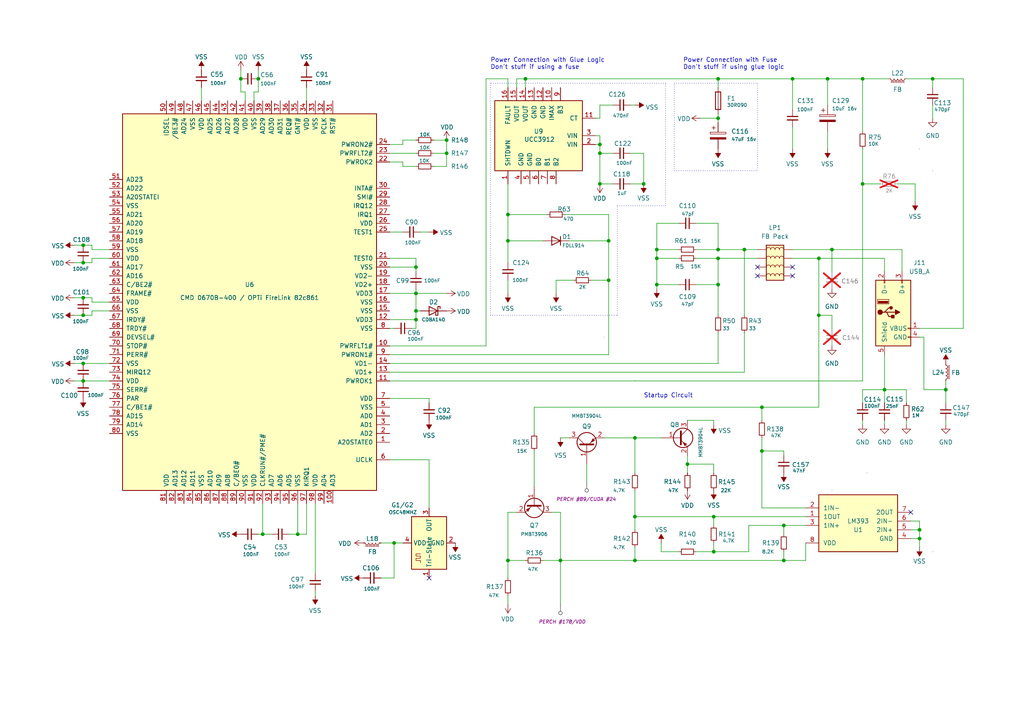
<source format=kicad_sch>
(kicad_sch (version 20230121) (generator eeschema)
  (paper "A4")
  (title_block (title "Power Macintosh G3 (Beige) Whisper Personality Card USB Mod") (date "2024-07-24") (rev "4") (company "Schematic by @croissantking on the 68kMLA forums with invaluable help from @phipli"))
  (junction (at 270.51 22.86))
  (junction (at 24.13 91.44))
  (junction (at 120.65 77.47))
  (junction (at 162.56 162.56))
  (junction (at 74.93 22.86))
  (junction (at 76.2 154.94))
  (junction (at 190.5 72.39))
  (junction (at 190.5 74.93))
  (junction (at 69.85 22.86))
  (junction (at 173.99 41.91))
  (junction (at 24.13 86.36))
  (junction (at 227.33 162.56))
  (junction (at 199.39 134.62))
  (junction (at 24.13 71.12))
  (junction (at 240.03 22.86))
  (junction (at 266.7 156.21))
  (junction (at 184.15 162.56))
  (junction (at 208.28 22.86))
  (junction (at 250.19 53.34))
  (junction (at 120.65 92.71))
  (junction (at 24.13 105.41))
  (junction (at 147.32 69.85))
  (junction (at 229.87 22.86))
  (junction (at 173.99 44.45))
  (junction (at 186.69 53.34))
  (junction (at 215.9 72.39))
  (junction (at 237.49 91.44))
  (junction (at 24.13 110.49))
  (junction (at 176.53 81.28))
  (junction (at 208.28 72.39))
  (junction (at 184.15 127))
  (junction (at 152.4 22.86))
  (junction (at 120.65 90.17))
  (junction (at 147.32 162.56))
  (junction (at 237.49 74.93))
  (junction (at 220.98 118.11))
  (junction (at 147.32 62.23))
  (junction (at 266.7 153.67))
  (junction (at 207.01 149.86))
  (junction (at 129.54 40.64))
  (junction (at 24.13 76.2))
  (junction (at 241.3 72.39))
  (junction (at 250.19 22.86))
  (junction (at 190.5 82.55))
  (junction (at 274.32 113.03))
  (junction (at 173.99 53.34))
  (junction (at 184.15 149.86))
  (junction (at 208.28 74.93))
  (junction (at 256.54 113.03))
  (junction (at 176.53 69.85))
  (junction (at 114.3 157.48))
  (junction (at 207.01 160.02))
  (junction (at 208.28 82.55))
  (junction (at 208.28 34.29))
  (junction (at 86.36 154.94))
  (junction (at 120.65 85.09))
  (junction (at 129.54 44.45))
  (junction (at 227.33 152.4))
  (junction (at 220.98 130.81))
  (no_connect (at 229.87 80.01))
  (no_connect (at 219.71 77.47))
  (no_connect (at 264.16 148.59))
  (no_connect (at 124.46 167.64))
  (no_connect (at 219.71 80.01))
  (no_connect (at 229.87 77.47))
  (wire (pts (xy 71.12 26.67) (xy 71.12 29.21)))
  (wire (pts (xy 157.48 162.56) (xy 162.56 162.56)))
  (wire (pts (xy 24.13 110.49) (xy 31.75 110.49)))
  (wire (pts (xy 229.87 74.93) (xy 237.49 74.93)))
  (wire (pts (xy 256.54 121.92) (xy 256.54 123.19)))
  (wire (pts (xy 274.32 123.19) (xy 274.32 121.92)))
  (wire (pts (xy 171.45 81.28) (xy 176.53 81.28)))
  (wire (pts (xy 152.4 22.86) (xy 152.4 25.4)))
  (wire (pts (xy 270.51 25.4) (xy 270.51 22.86)))
  (wire (pts (xy 184.15 30.48) (xy 182.88 30.48)))
  (wire (pts (xy 215.9 96.52) (xy 215.9 107.95)))
  (wire (pts (xy 24.13 86.36) (xy 26.67 86.36)))
  (wire (pts (xy 208.28 22.86) (xy 208.28 25.4)))
  (wire (pts (xy 190.5 72.39) (xy 190.5 74.93)))
  (wire (pts (xy 207.01 149.86) (xy 233.68 149.86)))
  (wire (pts (xy 21.59 91.44) (xy 24.13 91.44)))
  (wire (pts (xy 208.28 74.93) (xy 208.28 82.55)))
  (wire (pts (xy 170.18 139.7) (xy 170.18 134.62)))
  (wire (pts (xy 279.4 22.86) (xy 279.4 95.25)))
  (wire (pts (xy 250.19 116.84) (xy 250.19 113.03)))
  (wire (pts (xy 229.87 22.86) (xy 240.03 22.86)))
  (wire (pts (xy 163.83 62.23) (xy 176.53 62.23)))
  (wire (pts (xy 83.82 154.94) (xy 86.36 154.94)))
  (wire (pts (xy 24.13 71.12) (xy 26.67 71.12)))
  (wire (pts (xy 73.66 29.21) (xy 73.66 26.67)))
  (wire (pts (xy 184.15 127) (xy 191.77 127)))
  (wire (pts (xy 184.15 162.56) (xy 227.33 162.56)))
  (wire (pts (xy 129.54 40.64) (xy 129.54 44.45)))
  (wire (pts (xy 113.03 115.57) (xy 124.46 115.57)))
  (wire (pts (xy 147.32 172.72) (xy 147.32 175.26)))
  (polyline (pts (xy 193.04 59.69) (xy 193.04 24.13)) (stroke (width 0) (type dot)))
  (wire (pts (xy 173.99 30.48) (xy 177.8 30.48)))
  (wire (pts (xy 74.93 20.32) (xy 74.93 22.86)))
  (wire (pts (xy 237.49 74.93) (xy 237.49 91.44)))
  (wire (pts (xy 176.53 62.23) (xy 176.53 69.85)))
  (wire (pts (xy 270.51 22.86) (xy 279.4 22.86)))
  (wire (pts (xy 152.4 22.86) (xy 208.28 22.86)))
  (wire (pts (xy 76.2 146.05) (xy 76.2 154.94)))
  (wire (pts (xy 113.03 107.95) (xy 215.9 107.95)))
  (wire (pts (xy 229.87 72.39) (xy 241.3 72.39)))
  (wire (pts (xy 113.03 105.41) (xy 208.28 105.41)))
  (wire (pts (xy 162.56 162.56) (xy 162.56 175.26)))
  (wire (pts (xy 74.93 154.94) (xy 76.2 154.94)))
  (wire (pts (xy 199.39 134.62) (xy 199.39 137.16)))
  (wire (pts (xy 250.19 43.18) (xy 250.19 53.34)))
  (wire (pts (xy 191.77 157.48) (xy 191.77 160.02)))
  (wire (pts (xy 274.32 113.03) (xy 274.32 110.49)))
  (wire (pts (xy 233.68 157.48) (xy 233.68 162.56)))
  (wire (pts (xy 177.8 53.34) (xy 173.99 53.34)))
  (wire (pts (xy 173.99 30.48) (xy 173.99 34.29)))
  (wire (pts (xy 69.85 26.67) (xy 71.12 26.67)))
  (wire (pts (xy 250.19 121.92) (xy 250.19 123.19)))
  (wire (pts (xy 113.03 44.45) (xy 120.65 44.45)))
  (wire (pts (xy 184.15 149.86) (xy 184.15 153.67)))
  (wire (pts (xy 26.67 91.44) (xy 24.13 91.44)))
  (wire (pts (xy 190.5 74.93) (xy 196.85 74.93)))
  (wire (pts (xy 220.98 147.32) (xy 233.68 147.32)))
  (wire (pts (xy 262.89 113.03) (xy 262.89 116.84)))
  (wire (pts (xy 207.01 160.02) (xy 207.01 157.48)))
  (wire (pts (xy 237.49 91.44) (xy 237.49 118.11)))
  (wire (pts (xy 129.54 40.64) (xy 125.73 40.64)))
  (wire (pts (xy 26.67 74.93) (xy 31.75 74.93)))
  (polyline (pts (xy 142.24 24.13) (xy 142.24 91.44)) (stroke (width 0) (type dot)))
  (wire (pts (xy 162.56 148.59) (xy 162.56 162.56)))
  (wire (pts (xy 208.28 72.39) (xy 215.9 72.39)))
  (wire (pts (xy 21.59 110.49) (xy 24.13 110.49)))
  (wire (pts (xy 149.86 25.4) (xy 149.86 22.86)))
  (wire (pts (xy 173.99 34.29) (xy 172.72 34.29)))
  (wire (pts (xy 91.44 171.45) (xy 91.44 172.72)))
  (wire (pts (xy 266.7 156.21) (xy 266.7 158.75)))
  (wire (pts (xy 267.97 113.03) (xy 274.32 113.03)))
  (wire (pts (xy 154.94 130.81) (xy 154.94 140.97)))
  (wire (pts (xy 165.1 69.85) (xy 176.53 69.85)))
  (wire (pts (xy 229.87 22.86) (xy 229.87 31.75)))
  (wire (pts (xy 129.54 44.45) (xy 129.54 48.26)))
  (wire (pts (xy 116.84 40.64) (xy 120.65 40.64)))
  (wire (pts (xy 190.5 82.55) (xy 190.5 83.82)))
  (wire (pts (xy 227.33 152.4) (xy 227.33 154.94)))
  (wire (pts (xy 162.56 127) (xy 165.1 127)))
  (polyline (pts (xy 142.24 91.44) (xy 179.07 91.44)) (stroke (width 0) (type dot)))
  (wire (pts (xy 250.19 113.03) (xy 256.54 113.03)))
  (wire (pts (xy 184.15 127) (xy 184.15 137.16)))
  (wire (pts (xy 256.54 74.93) (xy 256.54 78.74)))
  (wire (pts (xy 147.32 62.23) (xy 147.32 69.85)))
  (wire (pts (xy 147.32 53.34) (xy 147.32 62.23)))
  (wire (pts (xy 173.99 41.91) (xy 173.99 44.45)))
  (wire (pts (xy 161.29 81.28) (xy 161.29 85.09)))
  (wire (pts (xy 208.28 82.55) (xy 208.28 91.44)))
  (wire (pts (xy 26.67 74.93) (xy 26.67 76.2)))
  (wire (pts (xy 147.32 62.23) (xy 158.75 62.23)))
  (wire (pts (xy 266.7 95.25) (xy 279.4 95.25)))
  (wire (pts (xy 199.39 134.62) (xy 199.39 132.08)))
  (wire (pts (xy 154.94 118.11) (xy 154.94 125.73)))
  (wire (pts (xy 207.01 134.62) (xy 207.01 137.16)))
  (wire (pts (xy 113.03 41.91) (xy 116.84 41.91)))
  (wire (pts (xy 201.93 160.02) (xy 207.01 160.02)))
  (wire (pts (xy 264.16 151.13) (xy 266.7 151.13)))
  (wire (pts (xy 147.32 148.59) (xy 149.86 148.59)))
  (wire (pts (xy 262.89 22.86) (xy 270.51 22.86)))
  (wire (pts (xy 182.88 44.45) (xy 186.69 44.45)))
  (wire (pts (xy 267.97 97.79) (xy 267.97 113.03)))
  (wire (pts (xy 266.7 153.67) (xy 266.7 156.21)))
  (wire (pts (xy 149.86 22.86) (xy 152.4 22.86)))
  (wire (pts (xy 190.5 82.55) (xy 196.85 82.55)))
  (wire (pts (xy 113.03 77.47) (xy 120.65 77.47)))
  (wire (pts (xy 21.59 76.2) (xy 24.13 76.2)))
  (wire (pts (xy 201.93 82.55) (xy 208.28 82.55)))
  (wire (pts (xy 240.03 22.86) (xy 250.19 22.86)))
  (wire (pts (xy 184.15 127) (xy 175.26 127)))
  (wire (pts (xy 184.15 158.75) (xy 184.15 162.56)))
  (wire (pts (xy 114.3 167.64) (xy 114.3 157.48)))
  (wire (pts (xy 177.8 44.45) (xy 173.99 44.45)))
  (wire (pts (xy 147.32 162.56) (xy 147.32 167.64)))
  (wire (pts (xy 120.65 90.17) (xy 120.65 92.71)))
  (wire (pts (xy 26.67 90.17) (xy 31.75 90.17)))
  (wire (pts (xy 147.32 25.4) (xy 147.32 22.86)))
  (wire (pts (xy 207.01 134.62) (xy 199.39 134.62)))
  (wire (pts (xy 113.03 92.71) (xy 120.65 92.71)))
  (wire (pts (xy 147.32 148.59) (xy 147.32 162.56)))
  (wire (pts (xy 186.69 44.45) (xy 186.69 53.34)))
  (wire (pts (xy 124.46 133.35) (xy 124.46 147.32)))
  (wire (pts (xy 113.03 110.49) (xy 250.19 110.49)))
  (wire (pts (xy 208.28 64.77) (xy 208.28 72.39)))
  (polyline (pts (xy 179.07 59.69) (xy 193.04 59.69)) (stroke (width 0) (type dot)))
  (wire (pts (xy 73.66 26.67) (xy 74.93 26.67)))
  (wire (pts (xy 240.03 30.48) (xy 240.03 22.86)))
  (wire (pts (xy 274.32 116.84) (xy 274.32 113.03)))
  (wire (pts (xy 250.19 22.86) (xy 257.81 22.86)))
  (wire (pts (xy 88.9 146.05) (xy 88.9 154.94)))
  (wire (pts (xy 116.84 46.99) (xy 113.03 46.99)))
  (wire (pts (xy 21.59 71.12) (xy 24.13 71.12)))
  (wire (pts (xy 120.65 83.82) (xy 120.65 85.09)))
  (wire (pts (xy 154.94 118.11) (xy 220.98 118.11)))
  (wire (pts (xy 24.13 105.41) (xy 31.75 105.41)))
  (wire (pts (xy 241.3 72.39) (xy 261.62 72.39)))
  (polyline (pts (xy 193.04 24.13) (xy 142.24 24.13)) (stroke (width 0) (type dot)))
  (wire (pts (xy 125.73 48.26) (xy 129.54 48.26)))
  (wire (pts (xy 215.9 72.39) (xy 215.9 91.44)))
  (wire (pts (xy 237.49 91.44) (xy 241.3 91.44)))
  (wire (pts (xy 120.65 92.71) (xy 120.65 95.25)))
  (wire (pts (xy 256.54 113.03) (xy 256.54 116.84)))
  (wire (pts (xy 86.36 146.05) (xy 86.36 154.94)))
  (wire (pts (xy 241.3 95.25) (xy 241.3 91.44)))
  (wire (pts (xy 113.03 133.35) (xy 124.46 133.35)))
  (wire (pts (xy 260.35 53.34) (xy 265.43 53.34)))
  (wire (pts (xy 58.42 25.4) (xy 58.42 29.21)))
  (wire (pts (xy 190.5 72.39) (xy 196.85 72.39)))
  (wire (pts (xy 91.44 146.05) (xy 91.44 166.37)))
  (wire (pts (xy 120.65 74.93) (xy 120.65 77.47)))
  (wire (pts (xy 21.59 105.41) (xy 24.13 105.41)))
  (wire (pts (xy 116.84 40.64) (xy 116.84 41.91)))
  (wire (pts (xy 227.33 130.81) (xy 227.33 132.08)))
  (wire (pts (xy 265.43 53.34) (xy 265.43 58.42)))
  (wire (pts (xy 227.33 162.56) (xy 233.68 162.56)))
  (wire (pts (xy 261.62 72.39) (xy 261.62 78.74)))
  (wire (pts (xy 256.54 102.87) (xy 256.54 113.03)))
  (wire (pts (xy 113.03 67.31) (xy 116.84 67.31)))
  (wire (pts (xy 147.32 81.28) (xy 147.32 85.09)))
  (wire (pts (xy 250.19 53.34) (xy 250.19 110.49)))
  (wire (pts (xy 113.03 74.93) (xy 120.65 74.93)))
  (wire (pts (xy 74.93 22.86) (xy 74.93 26.67)))
  (polyline (pts (xy 179.07 91.44) (xy 179.07 59.69)) (stroke (width 0) (type dot)))
  (wire (pts (xy 116.84 48.26) (xy 116.84 46.99)))
  (wire (pts (xy 140.97 22.86) (xy 140.97 100.33)))
  (wire (pts (xy 266.7 151.13) (xy 266.7 153.67)))
  (wire (pts (xy 227.33 152.4) (xy 233.68 152.4)))
  (wire (pts (xy 88.9 25.4) (xy 88.9 29.21)))
  (wire (pts (xy 173.99 39.37) (xy 172.72 39.37)))
  (wire (pts (xy 26.67 90.17) (xy 26.67 91.44)))
  (wire (pts (xy 120.65 95.25) (xy 119.38 95.25)))
  (wire (pts (xy 176.53 69.85) (xy 176.53 81.28)))
  (wire (pts (xy 201.93 72.39) (xy 208.28 72.39)))
  (wire (pts (xy 113.03 95.25) (xy 114.3 95.25)))
  (wire (pts (xy 196.85 160.02) (xy 191.77 160.02)))
  (wire (pts (xy 237.49 74.93) (xy 256.54 74.93)))
  (wire (pts (xy 110.49 157.48) (xy 114.3 157.48)))
  (wire (pts (xy 208.28 22.86) (xy 229.87 22.86)))
  (wire (pts (xy 69.85 22.86) (xy 69.85 26.67)))
  (wire (pts (xy 220.98 130.81) (xy 220.98 147.32)))
  (wire (pts (xy 220.98 127) (xy 220.98 130.81)))
  (wire (pts (xy 227.33 160.02) (xy 227.33 162.56)))
  (wire (pts (xy 121.92 90.17) (xy 120.65 90.17)))
  (wire (pts (xy 120.65 85.09) (xy 129.54 85.09)))
  (wire (pts (xy 256.54 113.03) (xy 262.89 113.03)))
  (wire (pts (xy 186.69 53.34) (xy 182.88 53.34)))
  (wire (pts (xy 208.28 96.52) (xy 208.28 105.41)))
  (wire (pts (xy 120.65 77.47) (xy 120.65 78.74)))
  (wire (pts (xy 110.49 167.64) (xy 114.3 167.64)))
  (wire (pts (xy 26.67 72.39) (xy 26.67 71.12)))
  (wire (pts (xy 262.89 121.92) (xy 262.89 123.19)))
  (wire (pts (xy 21.59 86.36) (xy 24.13 86.36)))
  (wire (pts (xy 76.2 154.94) (xy 78.74 154.94)))
  (wire (pts (xy 166.37 81.28) (xy 161.29 81.28)))
  (wire (pts (xy 215.9 72.39) (xy 219.71 72.39)))
  (wire (pts (xy 162.56 162.56) (xy 184.15 162.56)))
  (wire (pts (xy 208.28 33.02) (xy 208.28 34.29)))
  (wire (pts (xy 201.93 74.93) (xy 208.28 74.93)))
  (wire (pts (xy 160.02 148.59) (xy 162.56 148.59)))
  (wire (pts (xy 124.46 116.84) (xy 124.46 115.57)))
  (wire (pts (xy 31.75 72.39) (xy 26.67 72.39)))
  (wire (pts (xy 220.98 118.11) (xy 220.98 121.92)))
  (wire (pts (xy 26.67 87.63) (xy 26.67 86.36)))
  (wire (pts (xy 264.16 153.67) (xy 266.7 153.67)))
  (wire (pts (xy 120.65 85.09) (xy 120.65 90.17)))
  (wire (pts (xy 190.5 74.93) (xy 190.5 82.55)))
  (wire (pts (xy 208.28 74.93) (xy 219.71 74.93)))
  (wire (pts (xy 86.36 154.94) (xy 88.9 154.94)))
  (wire (pts (xy 199.39 121.92) (xy 207.01 121.92)))
  (wire (pts (xy 113.03 85.09) (xy 120.65 85.09)))
  (wire (pts (xy 190.5 64.77) (xy 196.85 64.77)))
  (wire (pts (xy 227.33 130.81) (xy 220.98 130.81)))
  (wire (pts (xy 173.99 39.37) (xy 173.99 41.91)))
  (wire (pts (xy 264.16 156.21) (xy 266.7 156.21)))
  (wire (pts (xy 217.17 160.02) (xy 217.17 152.4)))
  (wire (pts (xy 114.3 157.48) (xy 116.84 157.48)))
  (wire (pts (xy 173.99 44.45) (xy 173.99 53.34)))
  (wire (pts (xy 208.28 34.29) (xy 208.28 35.56)))
  (wire (pts (xy 176.53 81.28) (xy 176.53 102.87)))
  (wire (pts (xy 147.32 69.85) (xy 157.48 69.85)))
  (wire (pts (xy 173.99 41.91) (xy 172.72 41.91)))
  (wire (pts (xy 116.84 48.26) (xy 120.65 48.26)))
  (wire (pts (xy 229.87 36.83) (xy 229.87 43.18)))
  (wire (pts (xy 250.19 22.86) (xy 250.19 38.1)))
  (wire (pts (xy 113.03 100.33) (xy 140.97 100.33)))
  (wire (pts (xy 184.15 149.86) (xy 207.01 149.86)))
  (wire (pts (xy 121.92 67.31) (xy 124.46 67.31)))
  (wire (pts (xy 217.17 152.4) (xy 227.33 152.4)))
  (wire (pts (xy 184.15 142.24) (xy 184.15 149.86)))
  (wire (pts (xy 147.32 22.86) (xy 140.97 22.86)))
  (wire (pts (xy 240.03 38.1) (xy 240.03 43.18)))
  (wire (pts (xy 207.01 160.02) (xy 217.17 160.02)))
  (wire (pts (xy 220.98 118.11) (xy 237.49 118.11)))
  (wire (pts (xy 207.01 121.92) (xy 207.01 123.19)))
  (wire (pts (xy 190.5 64.77) (xy 190.5 72.39)))
  (wire (pts (xy 207.01 149.86) (xy 207.01 152.4)))
  (wire (pts (xy 270.51 30.48) (xy 270.51 34.29)))
  (wire (pts (xy 241.3 72.39) (xy 241.3 78.74)))
  (wire (pts (xy 147.32 162.56) (xy 152.4 162.56)))
  (wire (pts (xy 255.27 53.34) (xy 250.19 53.34)))
  (wire (pts (xy 147.32 69.85) (xy 147.32 76.2)))
  (wire (pts (xy 129.54 44.45) (xy 125.73 44.45)))
  (wire (pts (xy 201.93 64.77) (xy 208.28 64.77)))
  (wire (pts (xy 69.85 20.32) (xy 69.85 22.86)))
  (wire (pts (xy 113.03 102.87) (xy 176.53 102.87)))
  (wire (pts (xy 267.97 97.79) (xy 266.7 97.79)))
  (wire (pts (xy 203.2 34.29) (xy 208.28 34.29)))
  (wire (pts (xy 26.67 87.63) (xy 31.75 87.63)))
  (wire (pts (xy 26.67 76.2) (xy 24.13 76.2)))
  (rectangle (start 270.51 49.53) (end 270.51 49.53))
  (rectangle (start 142.24 25.4) (end 142.24 25.4))
  (rectangle (start 195.58 24.13) (end 219.71 49.53) (stroke (width 0) (type dot)))
  (rectangle (start 175.26 97.79) (end 175.26 97.79))
  (rectangle (start 184.15 110.49) (end 184.15 110.49))
  (rectangle (start 241.3 142.24) (end 241.3 142.24))
  (rectangle (start 270.51 160.02) (end 270.51 160.02))
  (rectangle (start 251.46 137.16) (end 251.46 137.16))
  (rectangle (start 113.03 67.31) (end 113.03 67.31))
  (rectangle (start 266.7 43.18) (end 266.7 43.18))
  (text "Startup Circuit" (at 186.69 115.57 0) (effects (font (size 1.27 1.27)) (justify left bottom)))
  (text "Power Connection with Glue Logic\nDon't stuff if using a fuse" (at 142.24 20.32 0) (effects (font (size 1.27 1.27)) (justify left bottom)))
  (text "Power Connection with Fuse\nDon't stuff if using glue logic" (at 198.12 20.32 0) (effects (font (size 1.27 1.27)) (justify left bottom)))
  (netclass_flag "" (length 2.54) (shape round) (at 170.18 139.7 180) (property "Netclass" "PERCH #89/CUDA #24" (at 161.29 144.78 0) (effects (font (size 1 1) italic) (justify left))))
  (netclass_flag "" (length 2.54) (shape round) (at 162.56 175.26 180) (property "Netclass" "PERCH #178/VDD" (at 156.21 180.34 0) (effects (font (size 1 1) italic) (justify left))))
  (symbol (lib_id "power:VDD") (at 173.99 53.34 180) (unit 1)
    (property "Reference" "#PWR012" (effects hide))
    (property "Value" "VDD" (at 175.8662 57.5502 0) (effects (justify left)))
  )
  (symbol (lib_id "Device:C_Small") (at 180.34 44.45 270) (unit 1)
    (property "Reference" "C122" (at 178.0736 41.6361 90) (effects (justify left)))
    (property "Value" "100nF" (at 178.6893 47.2907 90) (effects (font (size 1 1)) (justify left)))
  )
  (symbol (lib_id "Transistor_BJT:MMBT3906") (at 154.94 146.05 270) (unit 1)
    (property "Reference" "Q7" (at 154.94 152.4 90))
    (property "Value" "PMBT3906" (at 154.94 154.94 90) (effects (font (size 1 1))))
    (property "Footprint" "Package_TO_SOT_SMD:SOT-23" (effects hide))
    (property "Datasheet" "https://www.onsemi.com/pub/Collateral/2N3906-D.PDF" (effects hide))
  )
  (symbol (lib_id "Transistor_BJT:MMBT3906") (at 170.18 129.54 90) (unit 1)
    (property "Reference" "Q9" (at 170.1799 123.6555 90))
    (property "Value" "MMBT3904L" (at 170.18 120.65 90) (effects (font (size 1 1))))
    (property "Footprint" "Package_TO_SOT_SMD:SOT-23" (effects hide))
    (property "Datasheet" "https://www.onsemi.com/pub/Collateral/2N3906-D.PDF" (effects hide))
  )
  (symbol (lib_id "Device:C_Small") (at 124.46 119.38 180) (unit 1)
    (property "Reference" "C92" (at 130.8014 119.0568 0) (effects (justify left)))
    (property "Value" "100nF" (at 131.1109 121.1465 0) (effects (font (size 1 1)) (justify left)))
  )
  (symbol (lib_id "power:VSS") (at 227.33 137.16 180) (unit 1)
    (property "Reference" "#PWR07" (effects hide))
    (property "Value" "VSS" (at 227.3309 141.2079 0))
  )
  (symbol (lib_id "power:VSS") (at 74.93 20.32 0) (unit 1)
    (property "Reference" "#PWR030" (effects hide))
    (property "Value" "VSS" (at 74.93 16.51 0))
  )
  (symbol (lib_id "Device:R_Small") (at 257.81 53.34 270) (unit 1) (dnp yes)
    (property "Reference" "R76" (at 255.9613 51.1432 90) (effects (justify left)))
    (property "Value" "2K" (at 256.8505 55.3229 90) (effects (font (size 1 1)) (justify left)))
  )
  (symbol (lib_id "Device:R_Small") (at 147.32 170.18 180) (unit 1)
    (property "Reference" "R137" (at 146.05 170.18 0) (effects (justify left)))
    (property "Value" "47K" (at 144.78 172.72 0) (effects (font (size 1 1)) (justify left)))
  )
  (symbol (lib_id "Device:R_Small") (at 123.19 40.64 90) (unit 1)
    (property "Reference" "R148" (at 135.89 40.64 90) (effects (justify left)))
    (property "Value" "10K" (at 124.7672 39.048 90) (effects (font (size 1 1)) (justify left)))
  )
  (symbol (lib_id "power:VSS") (at 265.43 58.42 180) (unit 1)
    (property "Reference" "#PWR025" (effects hide))
    (property "Value" "VSS" (at 265.3969 62.8155 0))
  )
  (symbol (lib_id "Device:R_Small") (at 168.91 81.28 270) (unit 1)
    (property "Reference" "R64" (at 167.0804 79.2699 90) (effects (justify left)))
    (property "Value" "2K" (at 167.9063 83.2509 90) (effects (font (size 1 1)) (justify left)))
  )
  (symbol (lib_id "power:VSS") (at 207.01 142.24 180) (unit 1)
    (property "Reference" "#PWR019" (effects hide))
    (property "Value" "VSS" (at 207.0126 146.571 0))
  )
  (symbol (lib_id "power:VSS") (at 190.5 83.82 180) (unit 1)
    (property "Reference" "#PWR017" (effects hide))
    (property "Value" "VSS" (at 190.4669 88.2155 0))
  )
  (symbol (lib_id "Device:R_Small") (at 123.19 48.26 90) (unit 1)
    (property "Reference" "R146" (at 135.89 48.26 90) (effects (justify left)))
    (property "Value" "10K" (at 124.6218 46.644 90) (effects (font (size 1 1)) (justify left)))
  )
  (symbol (lib_id "Connector:USB_A") (at 259.08 92.71 0) (unit 1)
    (property "Reference" "J11" (at 266.7 76.2 0))
    (property "Value" "USB_A" (at 266.7 78.74 0))
    (property "Datasheet" " ~" (effects hide))
  )
  (symbol (lib_id "power:VSS") (at 274.32 105.41 0) (unit 1)
    (property "Reference" "#PWR048" (effects hide))
    (property "Value" "VSS" (at 274.32 101.6 0))
  )
  (symbol (lib_id "power:VSS") (at 240.03 43.18 180) (unit 1)
    (property "Reference" "#PWR023" (effects hide))
    (property "Value" "VSS" (at 239.9969 47.5755 0))
  )
  (symbol (lib_id "Device:L_Pack04") (at 224.79 77.47 90) (mirror x) (unit 1)
    (property "Reference" "LP1" (at 224.79 66.04 90))
    (property "Value" "FB Pack" (at 224.79 68.58 90))
  )
  (symbol (lib_id "Device:R_Small") (at 154.94 162.56 270) (unit 1)
    (property "Reference" "R136" (at 152.4398 160.3613 90) (effects (justify left)))
    (property "Value" "47K" (at 153.035 165.1 90) (effects (font (size 1 1)) (justify left)))
  )
  (symbol (lib_name "GND_1") (lib_id "power:GND") (at 270.51 34.29 0) (unit 1)
    (property "Reference" "#PWR03" (effects hide))
    (property "Value" "GND" (at 270.51 39.37 0))
  )
  (symbol (lib_id "power:VSS") (at 21.59 91.44 90) (unit 1)
    (property "Reference" "#PWR033" (effects hide))
    (property "Value" "VSS" (at 18.6745 91.6437 90) (effects (justify left)))
  )
  (symbol (lib_id "Device:R_Small") (at 215.9 93.98 0) (unit 1)
    (property "Reference" "R43" (at 217.0199 93.0761 0) (effects (justify left)))
    (property "Value" "33" (at 217.17 95.25 0) (effects (font (size 1 1)) (justify left)))
  )
  (symbol (lib_id "power:VSS") (at 21.59 71.12 90) (unit 1)
    (property "Reference" "#PWR032" (effects hide))
    (property "Value" "VSS" (at 18.6745 71.3237 90) (effects (justify left)))
  )
  (symbol (lib_id "Device:C_Small") (at 256.54 119.38 0) (unit 1)
    (property "Reference" "C115" (at 256.9109 115.7713 0) (effects (justify left)))
    (property "Value" "25nF" (at 256.8996 117.7983 0) (effects (font (size 1 1)) (justify left)))
  )
  (symbol (lib_id "power:VSS") (at 147.32 85.09 180) (unit 1)
    (property "Reference" "#PWR015" (effects hide))
    (property "Value" "VSS" (at 147.2869 89.4855 0))
  )
  (symbol (lib_id "power:VSS") (at 162.56 127 180) (unit 1)
    (property "Reference" "#PWR038" (effects hide))
    (property "Value" "VSS" (at 162.56 132.08 0))
  )
  (symbol (lib_id "Device:R_Small") (at 262.89 119.38 0) (unit 1)
    (property "Reference" "R62" (at 264.2328 118.6372 0) (effects (justify left)))
    (property "Value" "1M" (at 264.4812 120.4817 0) (effects (font (size 1 1)) (justify left)))
  )
  (symbol (lib_id "Device:R_Small") (at 199.39 160.02 90) (unit 1)
    (property "Reference" "R140" (at 201.93 154.94 90) (effects (justify left)))
    (property "Value" "470" (at 201.93 157.48 90) (effects (font (size 1 1)) (justify left)))
  )
  (symbol (lib_id "power:VSS") (at 91.44 172.72 180) (unit 1)
    (property "Reference" "#PWR018" (effects hide))
    (property "Value" "VSS" (at 91.4069 177.1155 0))
  )
  (symbol (lib_id "power:VSS") (at 229.87 43.18 180) (unit 1)
    (property "Reference" "#PWR022" (effects hide))
    (property "Value" "VSS" (at 229.8369 47.5755 0))
  )
  (symbol (lib_id "power:VSS") (at 184.15 30.48 270) (unit 1)
    (property "Reference" "#PWR014" (effects hide))
    (property "Value" "VSS" (at 187.257 31.1185 90) (effects (justify left)))
  )
  (symbol (lib_id "Device:C_Small") (at 147.32 78.74 0) (unit 1)
    (property "Reference" "C124" (at 148.59 76.2 0) (effects (justify left)))
    (property "Value" "100nF" (at 148.59 81.28 0) (effects (font (size 1 1)) (justify left)))
  )
  (symbol (lib_id "Device:L_Ferrite_Small") (at 260.35 22.86 270) (unit 1)
    (property "Reference" "L22" (at 258.5178 21.2185 90) (effects (justify left)))
    (property "Value" "FB" (at 259.0495 25.9373 90) (effects (justify left)))
  )
  (symbol (lib_id "Device:R_Small") (at 220.98 124.46 0) (unit 1)
    (property "Reference" "R138" (at 222.25 124.46 0) (effects (justify left)))
    (property "Value" "47K" (at 223.52 126.365 0) (effects (font (size 1 1)) (justify left)))
  )
  (symbol (lib_id "Device:D") (at 161.29 69.85 180) (unit 1)
    (property "Reference" "D1" (at 164.3565 68.6776 0))
    (property "Value" "FDLL914" (at 169.5936 71.2052 0) (effects (font (size 1 1)) (justify left)))
    (property "Sim.Device" "D" (effects hide))
    (property "Sim.Pins" "1=K 2=A" (effects hide))
  )
  (symbol (lib_id "MCU_Texas:LM3S6911-IQC50") (at 64.77 80.01 90) (unit 1)
    (property "Reference" "U6" (at 72.39 82.55 90))
    (property "Value" "CMD 0670B-400 / OPTi FireLink 82c861" (at 72.39 86.36 90))
    (property "Footprint" "Package_QFP:LQFP-100_14x14mm_P0.5mm" (effects hide))
    (property "Datasheet" "http://www.bitsavers.org/components/cmd/MAN-000670-000_USB0670_673_PCI-USB_ASIC_Rev_1.8_199903.pdf" (effects hide))
  )
  (symbol (lib_id "Device:L_Ferrite_Small") (at 107.95 157.48 270) (unit 1)
    (property "Reference" "L18" (at 106.1517 156.2574 90) (effects (justify left)))
    (property "Value" "FB" (at 106.7269 160.0442 90) (effects (justify left)))
  )
  (symbol (lib_id "Device:C_Small") (at 88.9 22.86 0) (unit 1)
    (property "Reference" "C91" (at 91.44 21.59 0) (effects (justify left)))
    (property "Value" "100nF" (at 91.44 24.13 0) (effects (font (size 1 1)) (justify left)))
  )
  (symbol (lib_id "Device:R_Small") (at 199.39 74.93 270) (unit 1)
    (property "Reference" "R5" (at 195.7797 77.3439 90) (effects (justify left)))
    (property "Value" "15K" (at 200.2803 77.2702 90) (effects (font (size 1 1)) (justify left)))
  )
  (symbol (lib_id "Device:C_Small") (at 91.44 168.91 180) (unit 1)
    (property "Reference" "C97" (at 88.1812 168.0678 0) (effects (justify left)))
    (property "Value" "100nF" (at 88.4453 170.141 0) (effects (font (size 1 1)) (justify left)))
  )
  (symbol (lib_name "GND_1") (lib_id "power:GND") (at 241.3 100.33 0) (unit 1)
    (property "Reference" "#PWR021" (effects hide))
    (property "Value" "GND" (at 241.3 105.41 0))
  )
  (symbol (lib_id "power:VSS") (at 69.85 154.94 90) (unit 1)
    (property "Reference" "#PWR036" (effects hide))
    (property "Value" "VSS" (at 66.9345 155.1437 90) (effects (justify left)))
  )
  (symbol (lib_id "Device:R_Small") (at 199.39 139.7 180) (unit 1)
    (property "Reference" "R144" (at 197.6184 139.6883 0) (effects (justify left)))
    (property "Value" "47K" (at 196.85 142.24 0) (effects (font (size 1 1)) (justify left)))
  )
  (symbol (lib_id "power:VSS") (at 191.77 157.48 0) (unit 1)
    (property "Reference" "#PWR028" (effects hide))
    (property "Value" "VSS" (at 191.77 153.67 0))
  )
  (symbol (lib_id "Device:R_Small") (at 161.29 62.23 90) (unit 1)
    (property "Reference" "R63" (at 165.5925 60.6875 90) (effects (justify left)))
    (property "Value" "470" (at 166.37 63.5 90) (effects (font (size 1 1)) (justify left)))
  )
  (symbol (lib_name "LTC1865-S8_1") (lib_id "Analog_ADC:LTC1865-S8") (at 149.86 35.56 0) (unit 1)
    (property "Reference" "U9" (at 156.21 38.1 0))
    (property "Value" "UCC3912" (at 151.9995 40.4433 0) (effects (justify left)))
    (property "Footprint" "Package_SO:SOIC-8_3.9x4.9mm_P1.27mm" (effects hide))
    (property "Datasheet" "https://www.analog.com/media/en/technical-documentation/data-sheets/18645fb.pdf" (effects hide))
  )
  (symbol (lib_id "Device:C_Small") (at 24.13 73.66 180) (unit 1)
    (property "Reference" "C108" (at 26.1779 69.5144 0) (effects (justify left)))
    (property "Value" "100nF" (at 25.8525 77.9759 0) (effects (font (size 1 1)) (justify left)))
  )
  (symbol (lib_id "power:VSS") (at 88.9 20.32 0) (unit 1)
    (property "Reference" "#PWR029" (effects hide))
    (property "Value" "VSS" (at 88.9 16.51 0))
  )
  (symbol (lib_id "Device:C_Small") (at 24.13 107.95 180) (unit 1)
    (property "Reference" "C98" (at 25.8599 102.0636 0) (effects (justify left)))
    (property "Value" "100nF" (at 25.8599 103.846 0) (effects (font (size 1 1)) (justify left)))
  )
  (symbol (lib_id "Device:R_Small") (at 184.15 139.7 0) (unit 1)
    (property "Reference" "R143" (at 177.8 139.7 0) (effects (justify left)))
    (property "Value" "4.7K" (at 177.8 142.24 0) (effects (font (size 1 1)) (justify left)))
  )
  (symbol (lib_name "C_Polarized_1") (lib_id "Device:C_Polarized") (at 208.28 39.37 0) (unit 1)
    (property "Reference" "C116" (at 212.09 38.1 0) (effects (justify left)))
    (property "Value" "47uF 16v" (at 212.09 40.386 0) (effects (font (size 1 1)) (justify left)))
  )
  (symbol (lib_id "Device:R_Small") (at 207.01 139.7 180) (unit 1)
    (property "Reference" "R145" (at 213.3336 139.775 0) (effects (justify left)))
    (property "Value" "22K" (at 212.09 142.24 0) (effects (font (size 1 1)) (justify left)))
  )
  (symbol (lib_id "power:VSS") (at 124.46 67.31 270) (unit 1)
    (property "Reference" "#PWR09" (effects hide))
    (property "Value" "VSS" (at 127.5353 67.5027 90) (effects (justify left)))
  )
  (symbol (lib_id "power:VSS") (at 58.42 20.32 0) (unit 1)
    (property "Reference" "#PWR031" (effects hide))
    (property "Value" "VSS" (at 58.42 16.51 0))
  )
  (symbol (lib_id "Device:C_Small") (at 241.3 81.28 0) (unit 1) (dnp yes)
    (property "Reference" "C146" (at 243.9665 81.5497 0) (effects (justify left)))
    (property "Value" "???" (effects hide))
  )
  (symbol (lib_id "power:VSS") (at 161.29 85.09 180) (unit 1)
    (property "Reference" "#PWR016" (effects hide))
    (property "Value" "VSS" (at 161.2569 89.4855 0))
  )
  (symbol (lib_id "power:VDD") (at 147.32 175.26 180) (unit 1)
    (property "Reference" "#PWR040" (effects hide))
    (property "Value" "VDD" (at 149.1794 179.5701 0) (effects (justify left)))
  )
  (symbol (lib_id "Device:R_Small") (at 250.19 40.64 0) (unit 1)
    (property "Reference" "R75" (at 251.82 39.8404 0) (effects (justify left)))
    (property "Value" "10K" (at 251.82 41.7454 0) (effects (font (size 1 1)) (justify left)))
  )
  (symbol (lib_id "power:VDD") (at 199.39 142.24 180) (unit 1)
    (property "Reference" "#PWR047" (effects hide))
    (property "Value" "VDD" (at 201.3249 146.6143 0) (effects (justify left)))
  )
  (symbol (lib_id "Device:R_Small") (at 184.15 156.21 0) (unit 1)
    (property "Reference" "R142" (at 177.8 156.21 0) (effects (justify left)))
    (property "Value" "4.7K" (at 177.8 158.75 0) (effects (font (size 1 1)) (justify left)))
  )
  (symbol (lib_id "Device:R_Small") (at 227.33 157.48 0) (unit 1)
    (property "Reference" "R139" (at 220.98 157.48 0) (effects (justify left)))
    (property "Value" "8.2K" (at 220.98 160.02 0) (effects (font (size 1 1)) (justify left)))
  )
  (symbol (lib_id "Device:R_Small") (at 199.39 72.39 270) (unit 1)
    (property "Reference" "R61" (at 195.58 69.85 90) (effects (justify left)))
    (property "Value" "15K" (at 200.2803 69.8922 90) (effects (font (size 1 1)) (justify left)))
  )
  (symbol (lib_id "Device:C_Polarized") (at 240.03 34.29 0) (unit 1)
    (property "Reference" "C129" (at 241.3 29.21 0) (effects (justify left)))
    (property "Value" "10uF 16v" (at 241.3 31.496 0) (effects (font (size 1 1)) (justify left)))
  )
  (symbol (lib_id "Device:C_Small") (at 199.39 64.77 270) (unit 1)
    (property "Reference" "C110" (at 199.39 59.69 90))
    (property "Value" "47pF" (at 197.639 62.0392 90) (effects (font (size 1 1)) (justify left)))
  )
  (symbol (lib_id "Device:C_Small") (at 180.34 30.48 90) (unit 1)
    (property "Reference" "C126" (at 181.56 27.3671 90) (effects (justify left)))
    (property "Value" "470nF" (at 182.5102 33.5597 90) (effects (font (size 1 1)) (justify left)))
  )
  (symbol (lib_id "Device:R_Small") (at 123.19 44.45 90) (unit 1)
    (property "Reference" "R147" (at 135.89 44.45 90) (effects (justify left)))
    (property "Value" "10K" (at 124.7409 42.8322 90) (effects (font (size 1 1)) (justify left)))
  )
  (symbol (lib_id "power:VDD") (at 105.41 157.48 90) (unit 1)
    (property "Reference" "#PWR041" (effects hide))
    (property "Value" "VDD" (at 101.966 157.6462 90) (effects (justify left)))
  )
  (symbol (lib_id "power:VSS") (at 24.13 115.57 180) (unit 1)
    (property "Reference" "#PWR035" (effects hide))
    (property "Value" "VSS" (at 24.0969 119.9655 0))
  )
  (symbol (lib_id "Device:C_Small") (at 24.13 113.03 180) (unit 1)
    (property "Reference" "C100" (at 22.6473 114.6991 0) (effects (justify left)))
    (property "Value" "100nF" (at 30.1984 114.6311 0) (effects (font (size 1 1)) (justify left)))
  )
  (symbol (lib_id "power:VDD") (at 21.59 110.49 90) (unit 1)
    (property "Reference" "#PWR042" (effects hide))
    (property "Value" "VDD" (at 18.6877 110.6591 90) (effects (justify left)))
  )
  (symbol (lib_id "power:VSS") (at 266.7 158.75 180) (unit 1)
    (property "Reference" "#PWR020" (effects hide))
    (property "Value" "VSS" (at 266.7009 162.7979 0))
  )
  (symbol (lib_id "Analog_ADC:LM393") (at 243.84 151.13 270) (unit 1)
    (property "Reference" "U1" (at 248.92 153.67 90))
    (property "Value" "LM393" (at 248.92 151.13 90))
    (property "Footprint" "Package_SO:SOIC-8_3.9x4.9mm_P1.27mm" (effects hide))
    (property "Datasheet" "https://www.analog.com/media/en/technical-documentation/data-sheets/18645fb.pdf" (effects hide))
  )
  (symbol (lib_id "Device:R_Small") (at 154.94 128.27 0) (unit 1)
    (property "Reference" "R135" (at 148.59 128.27 0) (effects (justify left)))
    (property "Value" "15K" (at 149.86 130.81 0) (effects (font (size 1 1)) (justify left)))
  )
  (symbol (lib_id "Device:C_Small") (at 58.42 22.86 0) (unit 1)
    (property "Reference" "C55" (at 60.96 21.59 0) (effects (justify left)))
    (property "Value" "100nF" (at 60.96 24.13 0) (effects (font (size 1 1)) (justify left)))
  )
  (symbol (lib_id "Device:C_Small") (at 199.39 82.55 270) (unit 1)
    (property "Reference" "C109" (at 199.3949 86.0814 90))
    (property "Value" "47pF" (at 197.5639 88.2048 90) (effects (font (size 1 1)) (justify left)))
  )
  (symbol (lib_id "Device:C_Small") (at 107.95 167.64 90) (unit 1)
    (property "Reference" "C106" (at 110.1518 164.7376 90) (effects (justify left)))
    (property "Value" "100nF" (at 110.2908 170.7848 90) (effects (font (size 1 1)) (justify left)))
  )
  (symbol (lib_id "power:VDD") (at 21.59 86.36 90) (unit 1)
    (property "Reference" "#PWR043" (effects hide))
    (property "Value" "VDD" (at 18.6877 86.5291 90) (effects (justify left)))
  )
  (symbol (lib_name "GND_1") (lib_id "power:GND") (at 256.54 123.19 0) (unit 1)
    (property "Reference" "#PWR02" (effects hide))
    (property "Value" "GND" (at 256.54 128.27 0))
  )
  (symbol (lib_name "GND_1") (lib_id "power:GND") (at 274.32 123.19 0) (unit 1)
    (property "Reference" "#PWR05" (effects hide))
    (property "Value" "GND" (at 274.32 128.27 0))
  )
  (symbol (lib_id "Device:Fuse") (at 208.28 29.21 0) (unit 1)
    (property "Reference" "F1" (at 210.82 28.575 0) (effects (justify left)))
    (property "Value" "30R090" (at 210.82 30.48 0) (effects (font (size 1 1)) (justify left)))
  )
  (symbol (lib_name "GND_1") (lib_id "power:GND") (at 241.3 83.82 0) (unit 1)
    (property "Reference" "#PWR06" (effects hide))
    (property "Value" "GND" (at 241.3 88.9 0))
  )
  (symbol (lib_id "Device:C_Small") (at 116.84 95.25 270) (unit 1)
    (property "Reference" "C96" (at 118.11 96.52 90) (effects (justify left)))
    (property "Value" "100nF" (at 118.1562 98.3253 90) (effects (font (size 1 1)) (justify left)))
  )
  (symbol (lib_id "power:VSS") (at 21.59 105.41 90) (unit 1)
    (property "Reference" "#PWR034" (effects hide))
    (property "Value" "VSS" (at 18.6745 105.6137 90) (effects (justify left)))
  )
  (symbol (lib_id "power:VDD") (at 69.85 20.32 0) (unit 1)
    (property "Reference" "#PWR046" (effects hide))
    (property "Value" "VDD" (at 68.0466 16.5792 0) (effects (justify left)))
  )
  (symbol (lib_id "Device:L_Ferrite_Small") (at 274.32 107.95 0) (unit 1)
    (property "Reference" "L24" (at 270.2616 108.0306 0) (effects (justify left)))
    (property "Value" "FB" (at 275.908 108.0894 0) (effects (justify left)))
  )
  (symbol (lib_id "Device:D_Schottky") (at 125.73 90.17 0) (mirror y) (unit 1)
    (property "Reference" "D2" (at 125.73 87.63 0))
    (property "Value" "CDBA140" (at 125.73 92.71 0) (effects (font (size 1 1))))
  )
  (symbol (lib_id "power:VSS") (at 208.28 43.18 180) (unit 1)
    (property "Reference" "#PWR024" (effects hide))
    (property "Value" "VSS" (at 208.2469 47.5755 0))
  )
  (symbol (lib_id "Device:C_Small") (at 72.39 22.86 270) (unit 1)
    (property "Reference" "C56" (at 75.4885 21.7133 90) (effects (justify left)))
    (property "Value" "100nF" (at 75.4885 24.2533 90) (effects (font (size 1 1)) (justify left)))
  )
  (symbol (lib_id "power:VSS") (at 132.08 157.48 180) (unit 1)
    (property "Reference" "#PWR027" (effects hide))
    (property "Value" "VSS" (at 133.8411 161.6439 0) (effects (justify left)))
  )
  (symbol (lib_id "Device:C_Small") (at 119.38 67.31 270) (unit 1)
    (property "Reference" "C90" (at 117.3954 64.4516 90) (effects (justify left)))
    (property "Value" "100nF" (at 117.3954 70.3831 90) (effects (font (size 1 1)) (justify left)))
  )
  (symbol (lib_id "Device:R_Small") (at 207.01 154.94 0) (unit 1)
    (property "Reference" "R141" (at 208.28 154.94 0) (effects (justify left)))
    (property "Value" "4.7K" (at 209.55 156.845 0) (effects (font (size 1 1)) (justify left)))
  )
  (symbol (lib_name "VDD_1") (lib_id "power:VDD") (at 129.54 85.09 270) (unit 1)
    (property "Reference" "#PWR010" (effects hide))
    (property "Value" "VDD3" (at 132.5052 85.257 90) (effects (justify left)))
  )
  (symbol (lib_id "power:VDD") (at 129.54 90.17 270) (unit 1)
    (property "Reference" "#PWR08" (effects hide))
    (property "Value" "VDD" (at 132.558 90.3783 90) (effects (justify left)))
  )
  (symbol (lib_id "Device:C_Small") (at 229.87 34.29 0) (unit 1)
    (property "Reference" "C131" (at 231.14 29.21 0) (effects (justify left)))
    (property "Value" "100nF" (at 231.14 31.75 0) (effects (font (size 1 1)) (justify left)))
  )
  (symbol (lib_id "Transistor_BJT:MMBT3906") (at 196.85 127 0) (unit 1)
    (property "Reference" "Q8" (at 194.31 123.19 0) (effects (justify left)))
    (property "Value" "MMBT3904L" (at 203.2 128.27 90) (effects (font (size 1 1))))
    (property "Footprint" "Package_TO_SOT_SMD:SOT-23" (effects hide))
    (property "Datasheet" "https://www.onsemi.com/pub/Collateral/2N3906-D.PDF" (effects hide))
  )
  (symbol (lib_id "power:VSS") (at 207.01 123.19 180) (unit 1)
    (property "Reference" "#PWR039" (effects hide))
    (property "Value" "VSS" (at 210.2038 124.899 0))
  )
  (symbol (lib_id "Device:C_Small") (at 180.34 53.34 270) (unit 1)
    (property "Reference" "C118" (at 177.7748 50.5014 90) (effects (justify left)))
    (property "Value" "1uF" (at 179.0035 56.0505 90) (effects (font (size 1 1)) (justify left)))
  )
  (symbol (lib_id "Device:C_Small") (at 72.39 154.94 270) (unit 1)
    (property "Reference" "C54" (at 70.4866 158.6799 90) (effects (justify left)))
    (property "Value" "100nF" (at 70.4127 160.7765 90) (effects (font (size 1 1)) (justify left)))
  )
  (symbol (lib_id "Device:C_Small") (at 227.33 134.62 0) (unit 1)
    (property "Reference" "C157" (at 229.6794 134.7948 0) (effects (justify left)))
    (property "Value" "47nF" (at 229.87 136.5313 0) (effects (font (size 1 1)) (justify left)))
  )
  (symbol (lib_id "Device:C_Small") (at 274.32 119.38 0) (unit 1)
    (property "Reference" "C147" (at 276.2158 118.2778 0) (effects (justify left)))
    (property "Value" "470pF" (at 276.4793 120.1709 0) (effects (font (size 1 1)) (justify left)))
  )
  (symbol (lib_id "Device:C_Small") (at 24.13 88.9 180) (unit 1)
    (property "Reference" "C101" (at 26.1779 84.7544 0) (effects (justify left)))
    (property "Value" "100nF" (at 25.8525 93.2159 0) (effects (font (size 1 1)) (justify left)))
  )
  (symbol (lib_id "Device:C_Small") (at 120.65 81.28 0) (unit 1)
    (property "Reference" "C99" (at 114.8113 81.3985 0) (effects (justify left)))
    (property "Value" "100nF" (at 122.9529 81.3985 0) (effects (font (size 1 1)) (justify left)))
  )
  (symbol (lib_name "GND_1") (lib_id "power:GND") (at 250.19 123.19 0) (unit 1)
    (property "Reference" "#PWR01" (effects hide))
    (property "Value" "GND" (at 250.19 128.27 0))
  )
  (symbol (lib_id "power:VDD") (at 21.59 76.2 90) (unit 1)
    (property "Reference" "#PWR044" (effects hide))
    (property "Value" "VDD" (at 18.6877 76.3691 90) (effects (justify left)))
  )
  (symbol (lib_id "Device:C_Small") (at 250.19 119.38 0) (unit 1)
    (property "Reference" "C114" (at 250.5181 115.8554 0) (effects (justify left)))
    (property "Value" "100nF" (at 250.6208 117.7503 0) (effects (font (size 1 1)) (justify left)))
  )
  (symbol (lib_name "GND_1") (lib_id "power:GND") (at 262.89 123.19 0) (unit 1)
    (property "Reference" "#PWR04" (effects hide))
    (property "Value" "GND" (at 262.89 128.27 0))
  )
  (symbol (lib_id "Oscillator:ASCO") (at 124.46 157.48 90) (unit 1)
    (property "Reference" "G1/G2" (at 116.7178 146.4786 90))
    (property "Value" "OSC48MHZ" (at 116.84 148.59 90) (effects (font (size 1 1))))
    (property "Footprint" "Oscillator:Oscillator_SMD_Abracon_ASCO-4Pin_1.6x1.2mm" (effects hide))
    (property "Datasheet" "https://abracon.com/Oscillators/ASCO.pdf" (effects hide))
  )
  (symbol (lib_id "Device:C_Small") (at 270.51 27.94 0) (unit 1)
    (property "Reference" "C113" (at 270.7825 29.8463 0) (effects (justify left)))
    (property "Value" "470pF" (at 270.9281 31.785 0) (effects (font (size 1 1)) (justify left)))
  )
  (symbol (lib_id "Device:C_Small") (at 241.3 97.79 0) (unit 1) (dnp yes)
    (property "Reference" "C144" (at 244.2124 97.9499 0) (effects (justify left)))
    (property "Value" "???" (effects hide))
  )
  (symbol (lib_id "power:VSS") (at 105.41 167.64 90) (unit 1)
    (property "Reference" "#PWR037" (effects hide))
    (property "Value" "VSS" (at 102.4945 167.8437 90) (effects (justify left)))
  )
  (symbol (lib_id "power:VSS") (at 186.69 53.34 180) (unit 1)
    (property "Reference" "#PWR013" (effects hide))
    (property "Value" "VSS" (at 186.6539 57.4851 0))
  )
  (symbol (lib_id "power:VDD") (at 203.2 34.29 90) (unit 1)
    (property "Reference" "#PWR045" (effects hide))
    (property "Value" "VDD" (at 200.2977 34.4591 90) (effects (justify left)))
  )
  (symbol (lib_id "power:VSS") (at 124.46 121.92 180) (unit 1)
    (property "Reference" "#PWR026" (effects hide))
    (property "Value" "VSS" (at 124.4269 126.3155 0))
  )
  (symbol (lib_id "Device:C_Small") (at 81.28 154.94 270) (unit 1)
    (property "Reference" "C53" (at 79.5172 158.6799 90) (effects (justify left)))
    (property "Value" "100nF" (at 79.4433 160.7765 90) (effects (font (size 1 1)) (justify left)))
  )
  (symbol (lib_id "Device:R_Small") (at 208.28 93.98 0) (unit 1)
    (property "Reference" "R50" (at 209.4677 93.0729 0) (effects (justify left)))
    (property "Value" "33" (at 209.55 95.25 0) (effects (font (size 1 1)) (justify left)))
  )
  (symbol (lib_id "power:VDD") (at 129.54 40.64 0) (unit 1)
    (property "Reference" "#PWR049" (effects hide))
    (property "Value" "VDD" (at 127.7366 36.8992 0) (effects (justify left)))
  )
)
</source>
